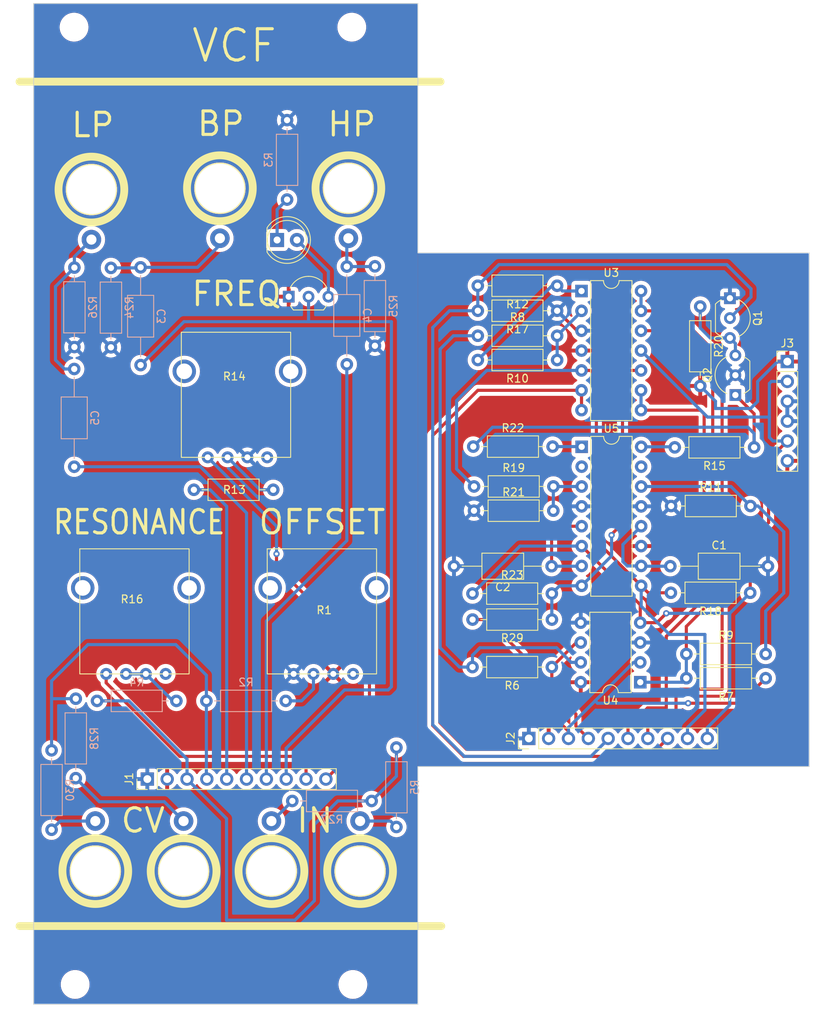
<source format=kicad_pcb>
(kicad_pcb (version 20221018) (generator pcbnew)
  (layers (0 "F.Cu" signal) (31 "B.Cu" signal) (34 "B.Paste" user) (35 "F.Paste" user) (36 "B.SilkS" user "B.Silkscreen") (37 "F.SilkS" user "F.Silkscreen") (38 "B.Mask" user) (39 "F.Mask" user) (44 "Edge.Cuts" user))
  (net 0 "")
  (net 1 "Net-(C1-Pad1)")
  (net 2 "GND")
  (net 3 "Net-(C2-Pad1)")
  (net 4 "Net-(C3-Pad2)")
  (net 5 "Net-(C4-Pad2)")
  (net 6 "Net-(C5-Pad2)")
  (net 7 "Net-(Q1-E)")
  (net 8 "Net-(Q2-C)")
  (net 9 "OFFSET1")
  (net 10 "+12V")
  (net 14 "Net-(D1-K)")
  (net 15 "Net-(R16-E)")
  (net 16 "Net-(R5-Pad1)")
  (net 17 "Net-(R6-Pad2)")
  (net 18 "HP")
  (net 19 "Net-(U3A--)")
  (net 20 "Net-(U5A-+)")
  (net 21 "Net-(R10-Pad2)")
  (net 22 "Net-(R14-S)")
  (net 23 "-12V")
  (net 27 "Net-(R15-Pad2)")
  (net 31 "Net-(U3C-+)")
  (net 32 "Net-(U5C-+)")
  (net 33 "Net-(R22-Pad2)")
  (net 36 "OUT3")
  (net 37 "OUT2")
  (net 38 "OUT1")
  (net 39 "VGND2")
  (net 40 "VGND1")
  (net 41 "TRP")
  (net 42 "RES")
  (net 43 "Net-(R27-Pad1)")
  (net 44 "Net-(R28-Pad1)")
  (net 45 "Net-(D1-A)")
  (net 46 "Net-(R30-Pad1)")
  (footprint "MountingHole:MountingHole_3.2mm_M3" (layer "F.Cu") (at 127.11869 165.469629)
    (fp_text reference "REF**" hide)
    (fp_text value "MountingHole_3.2mm_M3" hide)
  )
  (footprint "Resistor_THT:R_Axial_DIN0207_L6.3mm_D2.5mm_P10.16mm_Horizontal" (layer "F.Cu") (at 188.16 118.8 180)
    (fp_text reference "R29")
    (fp_text value "100k")
  )
  (footprint "Package_TO_SOT_THT:TO-92_Inline_Wide" (layer "F.Cu") (at 211.65 90.08 90)
    (fp_text reference "Q2")
    (fp_text value "BC557")
  )
  (footprint "Library:aux_flush" (layer "F.Cu") (at 129.2 63.8 90)
    (fp_text reference "U11" hide)
    (fp_text value "Aux_flush")
  )
  (footprint "MountingHole:MountingHole_3.2mm_M3" (layer "F.Cu") (at 126.97869 43.029629)
    (fp_text reference "REF**" hide)
    (fp_text value "MountingHole_3.2mm_M3")
  )
  (footprint "Library:aux_flush" (layer "F.Cu") (at 162.1 63.630351 90)
    (fp_text reference "U10" hide)
    (fp_text value "Aux_flush")
  )
  (footprint "Resistor_THT:R_Axial_DIN0207_L6.3mm_D2.5mm_P10.16mm_Horizontal" (layer "F.Cu") (at 178.18 104.875)
    (fp_text reference "R21")
    (fp_text value "100k")
  )
  (footprint "Resistor_THT:R_Axial_DIN0207_L6.3mm_D2.5mm_P10.16mm_Horizontal" (layer "F.Cu") (at 178.19 101.775)
    (fp_text reference "R19")
    (fp_text value "200k")
  )
  (footprint "Connector_PinHeader_2.54mm:PinHeader_1x06_P2.54mm_Vertical" (layer "F.Cu") (at 218.3 85.8)
    (fp_text reference "J3")
    (fp_text value "Conn_01x06_Pin")
  )
  (footprint "Connector_PinHeader_2.54mm:PinHeader_1x10_P2.54mm_Vertical" (layer "F.Cu") (at 185.2 134 90)
    (fp_text reference "J2")
    (fp_text value "Conn_01x10_Pin")
  )
  (footprint "MountingHole:MountingHole_3.2mm_M3" (layer "F.Cu") (at 162.53869 43.029629)
    (fp_text reference "REF**" hide)
    (fp_text value "MountingHole_3.2mm_M3")
  )
  (footprint "Resistor_THT:R_Axial_DIN0207_L6.3mm_D2.5mm_P10.16mm_Horizontal" (layer "F.Cu") (at 203.42 104.275)
    (fp_text reference "R11")
    (fp_text value "1k")
  )
  (footprint "Package_TO_SOT_THT:TO-92_Inline_Wide" (layer "F.Cu") (at 210.95 77.7 -90)
    (fp_text reference "Q1")
    (fp_text value "BC557")
  )
  (footprint "Package_DIP:DIP-14_W7.62mm" (layer "F.Cu") (at 191.95 76.775)
    (fp_text reference "U3")
    (fp_text value "TL074")
  )
  (footprint "Resistor_THT:R_Axial_DIN0207_L6.3mm_D2.5mm_P10.16mm_Horizontal" (layer "F.Cu") (at 188.83 76.1 180)
    (fp_text reference "R12")
    (fp_text value "47k")
  )
  (footprint "MountingHole:MountingHole_3.2mm_M3" (layer "F.Cu") (at 162.67869 165.469629)
    (fp_text reference "REF**" hide)
    (fp_text value "MountingHole_3.2mm_M3")
  )
  (footprint "Library:aux_flush" (layer "F.Cu") (at 152.25 150.96965 -90)
    (fp_text reference "U6" hide)
    (fp_text value "Aux_flush")
  )
  (footprint "Resistor_THT:R_Axial_DIN0207_L6.3mm_D2.5mm_P10.16mm_Horizontal" (layer "F.Cu") (at 188.83 79.3 180)
    (fp_text reference "R17")
    (fp_text value "1k")
  )
  (footprint "Package_DIP:DIP-8_W7.62mm" (layer "F.Cu") (at 199.47 126.815 180)
    (fp_text reference "U4")
    (fp_text value "TL072")
  )
  (footprint "Resistor_THT:R_Axial_DIN0207_L6.3mm_D2.5mm_P10.16mm_Horizontal" (layer "F.Cu") (at 178.09 96.675)
    (fp_text reference "R22")
    (fp_text value "10k")
  )
  (footprint "Resistor_THT:R_Axial_DIN0207_L6.3mm_D2.5mm_P10.16mm_Horizontal" (layer "F.Cu") (at 188.15 124.875 180)
    (fp_text reference "R6")
    (fp_text value "100k")
  )
  (footprint "Library:AlpsPot" (layer "F.Cu") (at 144.09 98.049)
    (fp_text reference "R14")
    (fp_text value "AlpsPot")
  )
  (footprint "Resistor_THT:R_Axial_DIN0207_L6.3mm_D2.5mm_P10.16mm_Horizontal" (layer "F.Cu") (at 188.83 85.6 180)
    (fp_text reference "R10")
    (fp_text value "100k")
  )
  (footprint "Resistor_THT:R_Axial_DIN0207_L6.3mm_D2.5mm_P10.16mm_Horizontal" (layer "F.Cu") (at 215.53 126.3 180)
    (fp_text reference "R7")
    (fp_text value "100k")
  )
  (footprint "Resistor_THT:R_Axial_DIN0207_L6.3mm_D2.5mm_P10.16mm_Horizontal" (layer "F.Cu") (at 205.37 123.2)
    (fp_text reference "R9")
    (fp_text value "200k")
  )
  (footprint "Library:aux_flush" (layer "F.Cu") (at 145.65 63.630351 90)
    (fp_text reference "U9" hide)
    (fp_text value "Aux_flush")
  )
  (footprint "Package_DIP:DIP-16_W7.62mm" (layer "F.Cu") (at 191.97 96.7)
    (fp_text reference "U5")
    (fp_text value "LM13700")
  )
  (footprint "Resistor_THT:R_Axial_DIN0207_L6.3mm_D2.5mm_P10.16mm_Horizontal" (layer "F.Cu") (at 152.48 102.2 180)
    (fp_text reference "R13")
    (fp_text value "10k")
  )
  (footprint "Library:aux_flush" (layer "F.Cu") (at 129.7 150.96965 -90)
    (fp_text reference "U1" hide)
    (fp_text value "Aux_flush")
  )
  (footprint "Connector_PinHeader_2.54mm:PinHeader_1x10_P2.54mm_Vertical" (layer "F.Cu") (at 136.36 139.2 90)
    (fp_text reference "J1")
    (fp_text value "Conn_01x10_Pin")
  )
  (footprint "Library:AlpsPot" (layer "F.Cu") (at 155.09 125.749)
    (fp_text reference "R1")
    (fp_text value "AlpsPot")
  )
  (footprint "Resistor_THT:R_Axial_DIN0207_L6.3mm_D2.5mm_P10.16mm_Horizontal" (layer "F.Cu") (at 213.55 115.375 180)
    (fp_text reference "R18")
    (fp_text value "100k")
  )
  (footprint "Capacitor_THT:C_Axial_L5.1mm_D3.1mm_P12.50mm_Horizontal" (layer "F.Cu") (at 188.12 111.975 180)
    (fp_text reference "C2")
    (fp_text value "220pF")
  )
  (footprint "Library:aux_flush" (layer "F.Cu") (at 163.6 150.96965 -90)
    (fp_text reference "U2" hide)
    (fp_text value "Aux_flush")
  )
  (footprint "Capacitor_THT:C_Axial_L5.1mm_D3.1mm_P12.50mm_Horizontal" (layer "F.Cu") (at 203.32 111.975)
    (fp_text reference "C1")
    (fp_text value "220pF")
  )
  (footprint "Resistor_THT:R_Axial_DIN0207_L6.3mm_D2.5mm_P10.16mm_Horizontal" (layer "F.Cu") (at 207.15 78.76 -90)
    (fp_text reference "R20")
    (fp_text value "10k")
  )
  (footprint "LED_THT:LED_D5.0mm" (layer "F.Cu") (at 152.975 70.25)
    (fp_text reference "D1" hide)
    (fp_text value "LED")
  )
  (footprint "Library:AlpsPot" (layer "F.Cu") (at 131.09 125.749)
    (fp_text reference "R16")
    (fp_text value "AlpsPot")
  )
  (footprint "Resistor_THT:R_Axial_DIN0207_L6.3mm_D2.5mm_P10.16mm_Horizontal" (layer "F.Cu") (at 214.05 96.775 180)
    (fp_text reference "R15")
    (fp_text value "10k")
  )
  (footprint "Library:aux_flush" (layer "F.Cu") (at 141 150.96965 -90)
    (fp_text reference "U7" hide)
    (fp_text value "Aux_flush")
  )
  (footprint "Package_TO_SOT_THT:TO-92L_Inline_Wide" (layer "F.Cu") (at 154.46 77.5)
    (fp_text reference "Q3" hide)
    (fp_text value "BC547")
  )
  (footprint "Resistor_THT:R_Axial_DIN0207_L6.3mm_D2.5mm_P10.16mm_Horizontal" (layer "F.Cu") (at 178.67 82.5)
    (fp_text reference "R8")
    (fp_text value "100k")
  )
  (footprint "Resistor_THT:R_Axial_DIN0207_L6.3mm_D2.5mm_P10.16mm_Horizontal" (layer "F.Cu") (at 177.99 115.475)
    (fp_text reference "R23")
    (fp_text value "100k")
  )
  (footprint "Resistor_THT:R_Axial_DIN0207_L6.3mm_D2.5mm_P10.16mm_Horizontal" (layer "B.Cu") (at 154.92 142)
    (fp_text reference "R27")
    (fp_text value "100k")
  )
  (footprint "Resistor_THT:R_Axial_DIN0207_L6.3mm_D2.5mm_P10.16mm_Horizontal" (layer "B.Cu") (at 127.2 139.08 90)
    (fp_text reference "R28")
    (fp_text value "100k")
  )
  (footprint "Resistor_THT:R_Axial_DIN0207_L6.3mm_D2.5mm_P10.16mm_Horizontal" (layer "B.Cu") (at 154.25 54.92 -90)
    (fp_text reference "R3")
    (fp_text value "1k")
  )
  (footprint "Capacitor_THT:C_Axial_L5.1mm_D3.1mm_P12.50mm_Horizontal" (layer "B.Cu") (at 135.5 86.25 90)
    (fp_text reference "C3")
    (fp_text value "470nF to 1u")
  )
  (footprint "Capacitor_THT:C_Axial_L5.1mm_D3.1mm_P12.50mm_Horizontal" (layer "B.Cu") (at 127 99.25 90)
    (fp_text reference "C5")
    (fp_text value "470nF to 1u")
  )
  (footprint "Resistor_THT:R_Axial_DIN0207_L6.3mm_D2.5mm_P10.16mm_Horizontal" (layer "B.Cu") (at 165.5 83.78 90)
    (fp_text reference "R25")
    (fp_text value "100k")
  )
  (footprint "Resistor_THT:R_Axial_DIN0207_L6.3mm_D2.5mm_P10.16mm_Horizontal" (layer "B.Cu") (at 131.7 83.98 90)
    (fp_text reference "R24")
    (fp_text value "100k")
  )
  (footprint "Capacitor_THT:C_Axial_L5.1mm_D3.1mm_P12.50mm_Horizontal" (layer "B.Cu") (at 161.9 86.15 90)
    (fp_text reference "C4")
    (fp_text value "470nF to 1u")
  )
  (footprint "Resistor_THT:R_Axial_DIN0207_L6.3mm_D2.5mm_P10.16mm_Horizontal" (layer "B.Cu") (at 168.25 145.33 90)
    (fp_text reference "R5")
    (fp_text value "100k")
  )
  (footprint "Resistor_THT:R_Axial_DIN0207_L6.3mm_D2.5mm_P10.16mm_Horizontal" (layer "B.Cu") (at 140.08 129.2 180)
    (fp_text reference "R4")
    (fp_text value "10k")
  )
  (footprint "Resistor_THT:R_Axial_DIN0207_L6.3mm_D2.5mm_P10.16mm_Horizontal" (layer "B.Cu") (at 124.1 145.68 90)
    (fp_text reference "R30")
    (fp_text value "100k")
  )
  (footprint "Resistor_THT:R_Axial_DIN0207_L6.3mm_D2.5mm_P10.16mm_Horizontal" (layer "B.Cu") (at 127.02 83.94 90)
    (fp_text reference "R26")
    (fp_text value "100k")
  )
  (footprint "Resistor_THT:R_Axial_DIN0207_L6.3mm_D2.5mm_P10.16mm_Horizontal" (layer "B.Cu") (at 154.08 129.2 180)
    (fp_text reference "R2")
    (fp_text value "100k")
  )
  (gr_line (start 120 50) (end 173.9 50) (stroke (width 1)) (layer "F.SilkS"))
  (gr_line (start 120 158) (end 174 158) (stroke (width 1)) (layer "F.SilkS"))
  (gr_line (start 221.1 137.6) (end 171 137.6) (stroke (width 0.1)) (layer "Edge.Cuts"))
  (gr_line (start 221.1 71.9) (end 221.1 137.6) (stroke (width 0.1)) (layer "Edge.Cuts"))
  (gr_line (start 171 40) (end 171 71.9) (stroke (width 0.1)) (layer "Edge.Cuts"))
  (gr_line (start 121.8 168) (end 121.8 40) (stroke (width 0.1)) (layer "Edge.Cuts"))
  (gr_line (start 171 71.9) (end 221.1 71.9) (stroke (width 0.1)) (layer "Edge.Cuts"))
  (gr_line (start 121.8 40) (end 171 40) (stroke (width 0.1)) (layer "Edge.Cuts"))
  (gr_line (start 171 137.6) (end 171 168) (stroke (width 0.1)) (layer "Edge.Cuts"))
  (gr_line (start 171 168) (end 121.8 168) (stroke (width 0.1)) (layer "Edge.Cuts"))
  (gr_text "LP" (at 126.4 57.3) (layer "F.SilkS") (effects (font (size 3 3) (thickness 0.4) bold) (justify left bottom)))
  (gr_text "OFFSET" (at 150.4 108.1) (layer "F.SilkS") (effects (font (size 3 3) (thickness 0.4) bold) (justify left bottom)))
  (gr_text "IN" (at 155.25 146.25) (layer "F.SilkS") (effects (font (size 3 3) (thickness 0.4) bold) (justify left bottom)))
  (gr_text "FREQ" (at 141.8 78.9) (layer "F.SilkS") (effects (font (size 3 3) (thickness 0.4) bold) (justify left bottom)))
  (gr_text "BP" (at 142.514285 57.130351) (layer "F.SilkS") (effects (font (size 3 3) (thickness 0.4) bold) (justify left bottom)))
  (gr_text "RESONANCE" (at 124.1 108.1) (layer "F.SilkS") (effects (font (size 3 2.5) (thickness 0.4) bold) (justify left bottom)))
  (gr_text "VCF" (at 147.5 45.4) (layer "F.SilkS") (effects (font (size 4 4) (thickness 0.4))))
  (gr_text "CV" (at 132.75 146.25) (layer "F.SilkS") (effects (font (size 3 3) (thickness 0.4) bold) (justify left bottom)))
  (gr_text "HP" (at 159.2 57.2) (layer "F.SilkS") (effects (font (size 3 3) (thickness 0.4) bold) (justify left bottom)))
  (segment (start 197.79 111.94) (end 197.25 111.4) (width 0.4) (layer "B.Cu") (net 1))
  (segment (start 199.59 111.94) (end 197.79 111.94) (width 0.4) (layer "B.Cu") (net 1))
  (segment (start 197.25 109.2) (end 199.59 106.86) (width 0.4) (layer "B.Cu") (net 1))
  (segment (start 203.32 111.975) (end 199.625 111.975) (width 0.4) (layer "B.Cu") (net 1))
  (segment (start 199.625 111.975) (end 199.59 111.94) (width 0.4) (layer "B.Cu") (net 1))
  (segment (start 197.25 111.4) (end 197.25 109.2) (width 0.4) (layer "B.Cu") (net 1))
  (segment (start 188.83 79.3) (end 191.385 81.855) (width 0.4) (layer "F.Cu") (net 2))
  (segment (start 191.385 81.855) (end 191.95 81.855) (width 0.4) (layer "F.Cu") (net 2))
  (segment (start 191.97 106.86) (end 188.39 106.86) (width 0.4) (layer "F.Cu") (net 3))
  (segment (start 188.39 106.86) (end 188.12 107.13) (width 0.4) (layer "F.Cu") (net 3))
  (segment (start 188.12 107.13) (end 188.12 111.975) (width 0.4) (layer "F.Cu") (net 3))
  (segment (start 191.935 111.975) (end 191.97 111.94) (width 0.4) (layer "B.Cu") (net 3))
  (segment (start 188.12 111.975) (end 191.935 111.975) (width 0.4) (layer "B.Cu") (net 3))
  (segment (start 131.7 73.82) (end 135.43 73.82) (width 0.4) (layer "B.Cu") (net 4))
  (segment (start 146.4 70.130351) (end 146.4 70.030351) (width 0.4) (layer "B.Cu") (net 4))
  (segment (start 135.43 73.82) (end 135.5 73.75) (width 0.4) (layer "B.Cu") (net 4))
  (segment (start 141.15 73.75) (end 142.780351 73.75) (width 0.4) (layer "B.Cu") (net 4))
  (segment (start 135.5 73.75) (end 141.15 73.75) (width 0.4) (layer "B.Cu") (net 4))
  (segment (start 142.780351 73.75) (end 146.4 70.130351) (width 0.4) (layer "B.Cu") (net 4))
  (segment (start 165.47 73.65) (end 165.5 73.62) (width 0.4) (layer "B.Cu") (net 5))
  (segment (start 161.9 73.65) (end 165.47 73.65) (width 0.4) (layer "B.Cu") (net 5))
  (segment (start 165.3 73.42) (end 165.5 73.62) (width 0.4) (layer "B.Cu") (net 5))
  (segment (start 161.9 70.230351) (end 162.1 70.030351) (width 0.4) (layer "B.Cu") (net 5))
  (segment (start 161.9 73.65) (end 161.9 70.230351) (width 0.4) (layer "B.Cu") (net 5))
  (segment (start 126.95 73.85) (end 127.02 73.78) (width 0.4) (layer "B.Cu") (net 6))
  (segment (start 125.75 86.75) (end 124.6 85.6) (width 0.4) (layer "B.Cu") (net 6))
  (segment (start 127.02 72.38) (end 129.2 70.2) (width 0.4) (layer "B.Cu") (net 6))
  (segment (start 127 86.75) (end 125.75 86.75) (width 0.4) (layer "B.Cu") (net 6))
  (segment (start 127.02 73.78) (end 127.02 72.38) (width 0.4) (layer "B.Cu") (net 6))
  (segment (start 124.6 76.2) (end 127.02 73.78) (width 0.4) (layer "B.Cu") (net 6))
  (segment (start 124.6 85.6) (end 124.6 76.2) (width 0.4) (layer "B.Cu") (net 6))
  (segment (start 208.43 82.78) (end 207.15 81.5) (width 0.4) (layer "B.Cu") (net 7))
  (segment (start 211.65 85) (end 211.65 83.48) (width 0.4) (layer "B.Cu") (net 7))
  (segment (start 211.65 83.48) (end 210.95 82.78) (width 0.4) (layer "B.Cu") (net 7))
  (segment (start 210.95 82.78) (end 208.43 82.78) (width 0.4) (layer "B.Cu") (net 7))
  (segment (start 207.15 81.5) (end 207.15 78.76) (width 0.4) (layer "B.Cu") (net 7))
  (segment (start 214.05 92.48) (end 211.65 90.08) (width 0.4) (layer "F.Cu") (net 8))
  (segment (start 214.05 96.775) (end 214.05 92.48) (width 0.4) (layer "F.Cu") (net 8))
  (segment (start 213.25 94.2) (end 214.05 95) (width 0.4) (layer "B.Cu") (net 8))
  (segment (start 178.09 96.675) (end 180.565 94.2) (width 0.4) (layer "B.Cu") (net 8))
  (segment (start 214.05 95) (end 214.05 96.775) (width 0.4) (layer "B.Cu") (net 8))
  (segment (start 180.565 94.2) (end 211.75 94.2) (width 0.4) (layer "B.Cu") (net 8))
  (segment (start 211.75 94.2) (end 213.25 94.2) (width 0.4) (layer "B.Cu") (net 8))
  (segment (start 156.1 129.2) (end 157.63 127.67) (width 0.4) (layer "B.Cu") (net 9))
  (segment (start 154.08 129.2) (end 156.1 129.2) (width 0.4) (layer "B.Cu") (net 9))
  (segment (start 157.63 127.67) (end 157.63 125.749) (width 0.4) (layer "B.Cu") (net 9))
  (segment (start 213.6 91.8) (end 214.5 90.9) (width 0.4) (layer "B.Cu") (net 10))
  (segment (start 214.5 88.35) (end 217.05 85.8) (width 0.4) (layer "B.Cu") (net 10))
  (segment (start 209.1 91.8) (end 213.6 91.8) (width 0.4) (layer "B.Cu") (net 10))
  (segment (start 207.15 88.92) (end 209.1 90.87) (width 0.4) (layer "B.Cu") (net 10))
  (segment (start 214.5 90.9) (end 214.5 88.35) (width 0.4) (layer "B.Cu") (net 10))
  (segment (start 209.1 90.87) (end 209.1 91.8) (width 0.4) (layer "B.Cu") (net 10))
  (segment (start 217.05 85.8) (end 218.3 85.8) (width 0.4) (layer "B.Cu") (net 10))
  (segment (start 152.975 70.25) (end 152.975 66.355) (width 0.4) (layer "B.Cu") (net 14))
  (segment (start 152.975 66.355) (end 154.25 65.08) (width 0.4) (layer "B.Cu") (net 14))
  (segment (start 139.621 129.2) (end 140.08 129.2) (width 0.4) (layer "B.Cu") (net 15))
  (segment (start 133.63 125.749) (end 136.17 125.749) (width 0.4) (layer "B.Cu") (net 15))
  (segment (start 136.17 125.749) (end 139.621 129.2) (width 0.4) (layer "B.Cu") (net 15))
  (segment (start 163.6 144.56965) (end 167.48965 144.56965) (width 0.4) (layer "B.Cu") (net 16))
  (segment (start 167.48965 144.56965) (end 168.25 145.33) (width 0.4) (layer "B.Cu") (net 16))
  (segment (start 178.95 122.4) (end 177.99 123.36) (width 0.4) (layer "B.Cu") (net 17))
  (segment (start 175.55 82.5) (end 173.85 84.2) (width 0.4) (layer "B.Cu") (net 17))
  (segment (start 173.85 84.2) (end 173.85 122.4) (width 0.4) (layer "B.Cu") (net 17))
  (segment (start 191.85 124.275) (end 190.625 124.275) (width 0.4) (layer "B.Cu") (net 17))
  (segment (start 188.75 122.4) (end 178.95 122.4) (width 0.4) (layer "B.Cu") (net 17))
  (segment (start 190.625 124.275) (end 188.75 122.4) (width 0.4) (layer "B.Cu") (net 17))
  (segment (start 178.67 82.5) (end 175.55 82.5) (width 0.4) (layer "B.Cu") (net 17))
  (segment (start 173.85 122.4) (end 176.325 124.875) (width 0.4) (layer "B.Cu") (net 17))
  (segment (start 176.325 124.875) (end 177.99 124.875) (width 0.4) (layer "B.Cu") (net 17))
  (segment (start 177.99 123.36) (end 177.99 124.875) (width 0.4) (layer "B.Cu") (net 17))
  (segment (start 208.75 116.3) (end 208.75 85.9) (width 0.4) (layer "F.Cu") (net 18))
  (segment (start 204.705 81.855) (end 199.57 81.855) (width 0.4) (layer "F.Cu") (net 18))
  (segment (start 205.37 123.2) (end 205.37 119.68) (width 0.4) (layer "F.Cu") (net 18))
  (segment (start 205.37 119.68) (end 208.75 116.3) (width 0.4) (layer "F.Cu") (net 18))
  (segment (start 208.75 85.9) (end 204.705 81.855) (width 0.4) (layer "F.Cu") (net 18))
  (segment (start 205.37 123.2) (end 205.37 126.3) (width 0.4) (layer "B.Cu") (net 18))
  (segment (start 199.47 126.815) (end 204.855 126.815) (width 0.4) (layer "B.Cu") (net 18))
  (segment (start 204.855 126.815) (end 205.37 126.3) (width 0.4) (layer "B.Cu") (net 18))
  (segment (start 191.95 79.38) (end 191.95 79.315) (width 0.4) (layer "B.Cu") (net 19))
  (segment (start 188.83 85.6) (end 188.83 82.5) (width 0.4) (layer "B.Cu") (net 19))
  (segment (start 188.83 82.5) (end 191.95 79.38) (width 0.4) (layer "B.Cu") (net 19))
  (segment (start 217.85 115.4) (end 217.85 107.575) (width 0.4) (layer "B.Cu") (net 20))
  (segment (start 215.53 117.72) (end 217.85 115.4) (width 0.4) (layer "B.Cu") (net 20))
  (segment (start 217.85 107.575) (end 214.55 104.275) (width 0.4) (layer "B.Cu") (net 20))
  (segment (start 215.53 123.2) (end 215.53 117.72) (width 0.4) (layer "B.Cu") (net 20))
  (segment (start 213.575 104.275) (end 211.08 101.78) (width 0.4) (layer "B.Cu") (net 20))
  (segment (start 211.08 101.78) (end 199.59 101.78) (width 0.4) (layer "B.Cu") (net 20))
  (segment (start 213.58 104.275) (end 213.575 104.275) (width 0.4) (layer "B.Cu") (net 20))
  (segment (start 214.55 104.275) (end 213.58 104.275) (width 0.4) (layer "B.Cu") (net 20))
  (segment (start 178.67 85.6) (end 188.17 76.1) (width 0.4) (layer "B.Cu") (net 21))
  (segment (start 188.17 76.1) (end 188.83 76.1) (width 0.4) (layer "B.Cu") (net 21))
  (segment (start 189.505 76.775) (end 188.83 76.1) (width 0.4) (layer "B.Cu") (net 21))
  (segment (start 191.95 76.775) (end 189.505 76.775) (width 0.4) (layer "B.Cu") (net 21))
  (segment (start 150.781 102.2) (end 152.48 102.2) (width 0.4) (layer "B.Cu") (net 22))
  (segment (start 146.63 98.049) (end 150.781 102.2) (width 0.4) (layer "B.Cu") (net 22))
  (segment (start 191.97 109.4) (end 199.47 116.9) (width 0.4) (layer "F.Cu") (net 23))
  (segment (start 152.9 110.4) (end 152.9 112) (width 0.4) (layer "F.Cu") (net 23))
  (segment (start 215.9 106.4) (end 215.9 98.36) (width 0.4) (layer "F.Cu") (net 23))
  (segment (start 201.605 119.195) (end 202.8 118) (width 0.4) (layer "F.Cu") (net 23))
  (segment (start 164.8 123.9) (end 164.8 133.62) (width 0.4) (layer "F.Cu") (net 23))
  (segment (start 164.8 133.62) (end 159.22 139.2) (width 0.4) (layer "F.Cu") (net 23))
  (segment (start 152.9 112) (end 164.8 123.9) (width 0.4) (layer "F.Cu") (net 23))
  (segment (start 213.55 108.75) (end 215.9 106.4) (width 0.4) (layer "F.Cu") (net 23))
  (segment (start 199.47 119.195) (end 201.605 119.195) (width 0.4) (layer "F.Cu") (net 23))
  (segment (start 199.47 116.9) (end 199.47 119.195) (width 0.4) (layer "F.Cu") (net 23))
  (segment (start 213.55 115.375) (end 213.55 108.75) (width 0.4) (layer "F.Cu") (net 23))
  (segment (start 215.9 98.36) (end 218.3 95.96) (width 0.4) (layer "F.Cu") (net 23))
  (via (at 202.8 118) (size 0.8) (drill 0.4) (layers "F.Cu" "B.Cu") (net 23))
  (via (at 152.9 110.4) (size 0.8) (drill 0.4) (layers "F.Cu" "B.Cu") (net 23))
  (segment (start 216 88.6) (end 216 92.9) (width 0.4) (layer "B.Cu") (net 23))
  (segment (start 216.46 95.96) (end 218.3 95.96) (width 0.4) (layer "B.Cu") (net 23))
  (segment (start 152.9 110.4) (end 152.9 106.859) (width 0.4) (layer "B.Cu") (net 23))
  (segment (start 202.8 118) (end 210.925 118) (width 0.4) (layer "B.Cu") (net 23))
  (segment (start 208.06 134) (end 208.06 132.61) (width 0.4) (layer "B.Cu") (net 23))
  (segment (start 184.065 109.4) (end 191.97 109.4) (width 0.4) (layer "B.Cu") (net 23))
  (segment (start 208.075 92.9) (end 199.57 84.395) (width 0.4) (layer "B.Cu") (net 23))
  (segment (start 218.3 88.34) (end 216.26 88.34) (width 0.4) (layer "B.Cu") (net 23))
  (segment (start 216.26 88.34) (end 216 88.6) (width 0.4) (layer "B.Cu") (net 23))
  (segment (start 152.9 106.859) (end 144.09 98.049) (width 0.4) (layer "B.Cu") (net 23))
  (segment (start 216 95.5) (end 216.46 95.96) (width 0.4) (layer "B.Cu") (net 23))
  (segment (start 216 92.9) (end 208.075 92.9) (width 0.4) (layer "B.Cu") (net 23))
  (segment (start 210.925 129.745) (end 210.925 118) (width 0.4) (layer "B.Cu") (net 23))
  (segment (start 210.925 118) (end 213.55 115.375) (width 0.4) (layer "B.Cu") (net 23))
  (segment (start 177.99 115.475) (end 184.065 109.4) (width 0.4) (layer "B.Cu") (net 23))
  (segment (start 208.06 132.61) (end 210.925 129.745) (width 0.4) (layer "B.Cu") (net 23))
  (segment (start 216 92.9) (end 216 95.5) (width 0.4) (layer "B.Cu") (net 23))
  (segment (start 199.59 96.7) (end 203.815 96.7) (width 0.4) (layer "B.Cu") (net 27))
  (segment (start 203.815 96.7) (end 203.89 96.775) (width 0.4) (layer "B.Cu") (net 27))
  (segment (start 199.57 86.935) (end 198.065 86.935) (width 0.4) (layer "F.Cu") (net 31))
  (segment (start 198.065 86.935) (end 197.2 87.8) (width 0.4) (layer "F.Cu") (net 31))
  (segment (start 195.8 108) (end 195.7 108) (width 0.4) (layer "F.Cu") (net 31))
  (segment (start 197.2 87.8) (end 197.2 106.5) (width 0.4) (layer "F.Cu") (net 31))
  (segment (start 195.8 107.9) (end 195.8 108) (width 0.4) (layer "F.Cu") (net 31))
  (segment (start 195.7 108) (end 195.8 107.9) (width 0.4) (layer "F.Cu") (net 31))
  (segment (start 197.2 106.5) (end 195.8 107.9) (width 0.4) (layer "F.Cu") (net 31))
  (via (at 195.8 108) (size 0.8) (drill 0.4) (layers "F.Cu" "B.Cu") (net 31))
  (segment (start 189.145 114.48) (end 188.15 115.475) (width 0.4) (layer "B.Cu") (net 31))
  (segment (start 188.15 118.79) (end 188.16 118.8) (width 0.4) (layer "B.Cu") (net 31))
  (segment (start 191.97 114.48) (end 189.145 114.48) (width 0.4) (layer "B.Cu") (net 31))
  (segment (start 188.15 115.475) (end 188.15 118.79) (width 0.4) (layer "B.Cu") (net 31))
  (segment (start 195.8 110.65) (end 191.97 114.48) (width 0.4) (layer "B.Cu") (net 31))
  (segment (start 195.8 108) (end 195.8 110.65) (width 0.4) (layer "B.Cu") (net 31))
  (segment (start 191.97 101.78) (end 188.355 101.78) (width 0.4) (layer "B.Cu") (net 32))
  (segment (start 188.355 101.78) (end 188.35 101.775) (width 0.4) (layer "B.Cu") (net 32))
  (segment (start 188.34 104.875) (end 188.34 101.785) (width 0.4) (layer "B.Cu") (net 32))
  (segment (start 188.34 101.785) (end 188.35 101.775) (width 0.4) (layer "B.Cu") (net 32))
  (segment (start 191.945 96.675) (end 191.97 96.7) (width 0.4) (layer "B.Cu") (net 33))
  (segment (start 188.25 96.675) (end 191.945 96.675) (width 0.4) (layer "B.Cu") (net 33))
  (segment (start 176.85 136.3) (end 172.9 132.35) (width 0.4) (layer "F.Cu") (net 36))
  (segment (start 172.9 95.25) (end 178.675 89.475) (width 0.4) (layer "F.Cu") (net 36))
  (segment (start 191.95 92.015) (end 191.95 89.475) (width 0.4) (layer "F.Cu") (net 36))
  (segment (start 178.675 89.475) (end 191.95 89.475) (width 0.4) (layer "F.Cu") (net 36))
  (segment (start 172.9 132.35) (end 172.9 95.25) (width 0.4) (layer "F.Cu") (net 36))
  (segment (start 200.68 136.3) (end 176.85 136.3) (width 0.4) (layer "F.Cu") (net 36))
  (segment (start 202.98 134) (end 200.68 136.3) (width 0.4) (layer "F.Cu") (net 36))
  (segment (start 161.6 127.8) (end 167.2 127.8) (width 0.4) (layer "B.Cu") (net 36))
  (segment (start 154.14 139.2) (end 154.14 135.26) (width 0.4) (layer "B.Cu") (net 36))
  (segment (start 167.61 80.71) (end 167.6 80.7) (width 0.4) (layer "B.Cu") (net 36))
  (segment (start 157 77.5) (end 157 80.7) (width 0.4) (layer "B.Cu") (net 36))
  (segment (start 156.45 80.7) (end 141.05 80.7) (width 0.4) (layer "B.Cu") (net 36))
  (segment (start 157 80.7) (end 156.45 80.7) (width 0.4) (layer "B.Cu") (net 36))
  (segment (start 167.2 127.8) (end 167.61 127.39) (width 0.4) (layer "B.Cu") (net 36))
  (segment (start 167.6 80.7) (end 157 80.7) (width 0.4) (layer "B.Cu") (net 36))
  (segment (start 141.05 80.7) (end 135.5 86.25) (width 0.4) (layer "B.Cu") (net 36))
  (segment (start 167.61 127.39) (end 167.61 80.71) (width 0.4) (layer "B.Cu") (net 36))
  (segment (start 154.14 135.26) (end 161.6 127.8) (width 0.4) (layer "B.Cu") (net 36))
  (segment (start 199.57 79.315) (end 203.765 79.315) (width 0.4) (layer "F.Cu") (net 37))
  (segment (start 204.05 131.05) (end 204 131.1) (width 0.4) (layer "F.Cu") (net 37))
  (segment (start 204.05 128.25) (end 204.05 131.05) (width 0.4) (layer "F.Cu") (net 37))
  (segment (start 204 131.1) (end 201.95 131.1) (width 0.4) (layer "F.Cu") (net 37))
  (segment (start 200.44 132.61) (end 200.44 134) (width 0.4) (layer "F.Cu") (net 37))
  (segment (start 201.95 131.1) (end 200.44 132.61) (width 0.4) (layer "F.Cu") (net 37))
  (segment (start 204.6 127.7) (end 204.05 128.25) (width 0.4) (layer "F.Cu") (net 37))
  (segment (start 209.95 85.5) (end 209.95 127.7) (width 0.4) (layer "F.Cu") (net 37))
  (segment (start 209.95 127.7) (end 204.6 127.7) (width 0.4) (layer "F.Cu") (net 37))
  (segment (start 203.765 79.315) (end 209.95 85.5) (width 0.4) (layer "F.Cu") (net 37))
  (segment (start 151.6 119) (end 161.9 108.7) (width 0.4) (layer "B.Cu") (net 37))
  (segment (start 199.57 76.775) (end 199.57 79.315) (width 0.4) (layer "B.Cu") (net 37))
  (segment (start 151.6 139.2) (end 151.6 119) (width 0.4) (layer "B.Cu") (net 37))
  (segment (start 161.9 108.7) (end 161.9 86.15) (width 0.4) (layer "B.Cu") (net 37))
  (segment (start 207.165 92.015) (end 207.65 92.5) (width 0.4) (layer "F.Cu") (net 38))
  (segment (start 202.8 130.1) (end 200.41 130.1) (width 0.4) (layer "F.Cu") (net 38))
  (segment (start 207.65 116.1) (end 202.8 120.95) (width 0.4) (layer "F.Cu") (net 38))
  (segment (start 197.9 132.61) (end 197.9 134) (width 0.4) (layer "F.Cu") (net 38))
  (segment (start 202.8 120.95) (end 202.8 130.1) (width 0.4) (layer "F.Cu") (net 38))
  (segment (start 199.57 92.015) (end 207.165 92.015) (width 0.4) (layer "F.Cu") (net 38))
  (segment (start 200.41 130.1) (end 197.9 132.61) (width 0.4) (layer "F.Cu") (net 38))
  (segment (start 207.65 92.5) (end 207.65 116.1) (width 0.4) (layer "F.Cu") (net 38))
  (segment (start 143.15 99.25) (end 127 99.25) (width 0.4) (layer "B.Cu") (net 38))
  (segment (start 149.06 105.16) (end 143.15 99.25) (width 0.4) (layer "B.Cu") (net 38))
  (segment (start 199.57 89.475) (end 199.57 92.015) (width 0.4) (layer "B.Cu") (net 38))
  (segment (start 149.06 139.2) (end 149.06 105.16) (width 0.4) (layer "B.Cu") (net 38))
  (segment (start 179.9 118.8) (end 178 118.8) (width 0.4) (layer "F.Cu") (net 39))
  (segment (start 184.4 123.3) (end 179.9 118.8) (width 0.4) (layer "F.Cu") (net 39))
  (segment (start 190.28 134) (end 190.28 133.08) (width 0.4) (layer "F.Cu") (net 39))
  (segment (start 212.33 129.5) (end 215.53 126.3) (width 0.4) (layer "F.Cu") (net 39))
  (segment (start 184.4 127.2) (end 184.4 123.3) (width 0.4) (layer "F.Cu") (net 39))
  (segment (start 190.28 133.08) (end 184.4 127.2) (width 0.4) (layer "F.Cu") (net 39))
  (segment (start 205.6 129.5) (end 212.33 129.5) (width 0.4) (layer "F.Cu") (net 39))
  (via (at 205.6 129.5) (size 0.8) (drill 0.4) (layers "F.Cu" "B.Cu") (net 39))
  (segment (start 157.75 154.75) (end 157.75 145) (width 0.4) (layer "B.Cu") (net 39))
  (segment (start 193.695 129.195) (end 194 129.5) (width 0.4) (layer "B.Cu") (net 39))
  (segment (start 155.25 157.25) (end 157.75 154.75) (width 0.4) (layer "B.Cu") (net 39))
  (segment (start 134 129.2) (end 141.44 136.64) (width 0.4) (layer "B.Cu") (net 39))
  (segment (start 168.25 138.83) (end 165.08 142) (width 0.4) (layer "B.Cu") (net 39))
  (segment (start 190.28 134) (end 190.28 132.61) (width 0.4) (layer "B.Cu") (net 39))
  (segment (start 157.75 145) (end 160.75 142) (width 0.4) (layer "B.Cu") (net 39))
  (segment (start 141.44 139.2) (end 146.5 144.26) (width 0.4) (layer "B.Cu") (net 39))
  (segment (start 193.695 129.195) (end 198.615 124.275) (width 0.4) (layer "B.Cu") (net 39))
  (segment (start 190.28 132.61) (end 193.695 129.195) (width 0.4) (layer "B.Cu") (net 39))
  (segment (start 141.44 136.64) (end 141.44 139.2) (width 0.4) (layer "B.Cu") (net 39))
  (segment (start 160.75 142) (end 165.08 142) (width 0.4) (layer "B.Cu") (net 39))
  (segment (start 168.25 135.17) (end 168.25 138.83) (width 0.4) (layer "B.Cu") (net 39))
  (segment (start 146.5 157.25) (end 155.25 157.25) (width 0.4) (layer "B.Cu") (net 39))
  (segment (start 146.5 144.26) (end 146.5 157.25) (width 0.4) (layer "B.Cu") (net 39))
  (segment (start 194 129.5) (end 205.6 129.5) (width 0.4) (layer "B.Cu") (net 39))
  (segment (start 198.615 124.275) (end 199.47 124.275) (width 0.4) (layer "B.Cu") (net 39))
  (segment (start 129.92 129.2) (end 134 129.2) (width 0.4) (layer "B.Cu") (net 39))
  (segment (start 188.15 127.8) (end 188.15 124.875) (width 0.4) (layer "F.Cu") (net 40))
  (segment (start 192.82 134) (end 191.23 132.41) (width 0.4) (layer "F.Cu") (net 40))
  (segment (start 191.23 132.41) (end 191.23 130.88) (width 0.4) (layer "F.Cu") (net 40))
  (segment (start 191.29 121.735) (end 191.85 121.735) (width 0.4) (layer "F.Cu") (net 40))
  (segment (start 191.23 130.88) (end 188.15 127.8) (width 0.4) (layer "F.Cu") (net 40))
  (segment (start 188.15 124.875) (end 191.29 121.735) (width 0.4) (layer "F.Cu") (net 40))
  (segment (start 124.1 126.65) (end 125.475 125.275) (width 0.4) (layer "B.Cu") (net 40))
  (segment (start 143.92 129.2) (end 143.92 139.14) (width 0.4) (layer "B.Cu") (net 40))
  (segment (start 143.92 139.14) (end 143.98 139.2) (width 0.4) (layer "B.Cu") (net 40))
  (segment (start 143.92 129.2) (end 143.92 125.92) (width 0.4) (layer "B.Cu") (net 40))
  (segment (start 127.2 128.92) (end 124.22 128.92) (width 0.4) (layer "B.Cu") (net 40))
  (segment (start 124.22 128.92) (end 124.1 128.8) (width 0.4) (layer "B.Cu") (net 40))
  (segment (start 125.475 125.275) (end 125 125.75) (width 0.4) (layer "B.Cu") (net 40))
  (segment (start 143.92 125.92) (end 140 122) (width 0.4) (layer "B.Cu") (net 40))
  (segment (start 124.1 128.8) (end 124.1 126.65) (width 0.4) (layer "B.Cu") (net 40))
  (segment (start 124.1 135.52) (end 124.1 128.8) (width 0.4) (layer "B.Cu") (net 40))
  (segment (start 140 122) (end 128.75 122) (width 0.4) (layer "B.Cu") (net 40))
  (segment (start 128.75 122) (end 125.475 125.275) (width 0.4) (layer "B.Cu") (net 40))
  (segment (start 144.4 102.2) (end 146.52 104.32) (width 0.4) (layer "B.Cu") (net 41))
  (segment (start 195.36 134) (end 195.36 134.09) (width 0.4) (layer "B.Cu") (net 41))
  (segment (start 172.9 132.25) (end 172.9 81.45) (width 0.4) (layer "B.Cu") (net 41))
  (segment (start 210.55 73.4) (end 213.65 76.5) (width 0.4) (layer "B.Cu") (net 41))
  (segment (start 172.9 81.45) (end 175.05 79.3) (width 0.4) (layer "B.Cu") (net 41))
  (segment (start 142.32 102.2) (end 144.4 102.2) (width 0.4) (layer "B.Cu") (net 41))
  (segment (start 193.15 136.3) (end 176.95 136.3) (width 0.4) (layer "B.Cu") (net 41))
  (segment (start 178.67 79.3) (end 178.67 76.1) (width 0.4) (layer "B.Cu") (net 41))
  (segment (start 175.05 79.3) (end 178.67 79.3) (width 0.4) (layer "B.Cu") (net 41))
  (segment (start 195.36 134.09) (end 193.15 136.3) (width 0.4) (layer "B.Cu") (net 41))
  (segment (start 178.67 76.1) (end 181.37 73.4) (width 0.4) (layer "B.Cu") (net 41))
  (segment (start 181.37 73.4) (end 210.55 73.4) (width 0.4) (layer "B.Cu") (net 41))
  (segment (start 146.52 104.32) (end 146.52 139.2) (width 0.4) (layer "B.Cu") (net 41))
  (segment (start 176.95 136.3) (end 172.9 132.25) (width 0.4) (layer "B.Cu") (net 41))
  (segment (start 213.65 76.5) (end 213.65 77.54) (width 0.4) (layer "B.Cu") (net 41))
  (segment (start 213.65 77.54) (end 210.95 80.24) (width 0.4) (layer "B.Cu") (net 41))
  (segment (start 155.6 136.3) (end 140.5 136.3) (width 0.4) (layer "F.Cu") (net 42))
  (segment (start 131.09 126.89) (end 131.09 125.749) (width 0.4) (layer "F.Cu") (net 42))
  (segment (start 193.85 108.74) (end 193.85 87.7) (width 0.4) (layer "F.Cu") (net 42))
  (segment (start 156.68 139.2) (end 156.68 137.38) (width 0.4) (layer "F.Cu") (net 42))
  (segment (start 193.085 86.935) (end 191.95 86.935) (width 0.4) (layer "F.Cu") (net 42))
  (segment (start 140.5 136.3) (end 131.09 126.89) (width 0.4) (layer "F.Cu") (net 42))
  (segment (start 199.59 114.48) (end 193.85 108.74) (width 0.4) (layer "F.Cu") (net 42))
  (segment (start 193.85 87.7) (end 193.085 86.935) (width 0.4) (layer "F.Cu") (net 42))
  (segment (start 203.39 115.375) (end 200.485 115.375) (width 0.4) (layer "F.Cu") (net 42))
  (segment (start 200.485 115.375) (end 199.59 114.48) (width 0.4) (layer "F.Cu") (net 42))
  (segment (start 156.68 137.38) (end 155.6 136.3) (width 0.4) (layer "F.Cu") (net 42))
  (segment (start 207.75 120.7) (end 207.75 130.38) (width 0.4) (layer "B.Cu") (net 42))
  (segment (start 207.75 130.38) (end 205.52 132.61) (width 0.4) (layer "B.Cu") (net 42))
  (segment (start 179.815 86.935) (end 175.95 90.8) (width 0.4) (layer "B.Cu") (net 42))
  (segment (start 199.59 117.09) (end 203.2 120.7) (width 0.4) (layer "B.Cu") (net 42))
  (segment (start 191.95 86.935) (end 179.815 86.935) (width 0.4) (layer "B.Cu") (net 42))
  (segment (start 175.95 99.535) (end 178.19 101.775) (width 0.4) (layer "B.Cu") (net 42))
  (segment (start 199.59 114.48) (end 199.59 117.09) (width 0.4) (layer "B.Cu") (net 42))
  (segment (start 175.95 90.8) (end 175.95 99.535) (width 0.4) (layer "B.Cu") (net 42))
  (segment (start 203.2 120.7) (end 207.75 120.7) (width 0.4) (layer "B.Cu") (net 42))
  (segment (start 205.52 132.61) (end 205.52 134) (width 0.4) (layer "B.Cu") (net 42))
  (segment (start 152.35035 144.56965) (end 154.92 142) (width 0.4) (layer "B.Cu") (net 43))
  (segment (start 152.25 144.56965) (end 152.35035 144.56965) (width 0.4) (layer "B.Cu") (net 43))
  (segment (start 138.53035 142.1) (end 141 144.56965) (width 0.4) (layer "B.Cu") (net 44))
  (segment (start 130.22 142.1) (end 138.53035 142.1) (width 0.4) (layer "B.Cu") (net 44))
  (segment (start 127.2 139.08) (end 130.22 142.1) (width 0.4) (layer "B.Cu") (net 44))
  (segment (start 159.54 77.5) (end 159.54 74.275) (width 0.4) (layer "B.Cu") (net 45))
  (segment (start 159.54 74.275) (end 155.515 70.25) (width 0.4) (layer "B.Cu") (net 45))
  (segment (start 129.7 144.56965) (end 125.21035 144.56965) (width 0.4) (layer "B.Cu") (net 46))
  (segment (start 125.21035 144.56965) (end 124.1 145.68) (width 0.4) (layer "B.Cu") (net 46))
  (zone (net 10) (net_name "+12V") (layer "F.Cu") (priority 1) (connect_pads (clearance 0.508)) (min_thickness 0.25) (fill yes (thermal_gap 0.5) (thermal_bridge_width 0.5))
    (polygon (pts (xy 121.8 40) (xy 171 40) (xy 171 168) (xy 121.8 168)))
  )
  (zone (net 10) (net_name "+12V") (layer "F.Cu") (connect_pads (clearance 0.508)) (min_thickness 0.25) (fill yes (thermal_gap 0.5) (thermal_bridge_width 0.5))
    (polygon (pts (xy 171 71.9) (xy 221.1 71.9) (xy 221.1 137.6) (xy 171 137.6)))
  )
  (zone (net 2) (net_name "GND") (layer "B.Cu") (priority 1) (connect_pads (clearance 0.508)) (min_thickness 0.25) (fill yes (thermal_gap 0.5) (thermal_bridge_width 0.5))
    (polygon (pts (xy 121.8 40) (xy 171 40) (xy 171 168) (xy 121.8 168)))
  )
  (zone (net 2) (net_name "GND") (layer "B.Cu") (priority 1) (connect_pads (clearance 0.508)) (min_thickness 0.25) (fill yes (thermal_gap 0.5) (thermal_bridge_width 0.5))
    (polygon (pts (xy 171 71.9) (xy 221.1 71.9) (xy 221.1 137.6) (xy 171 137.6)))
  )
)
</source>
